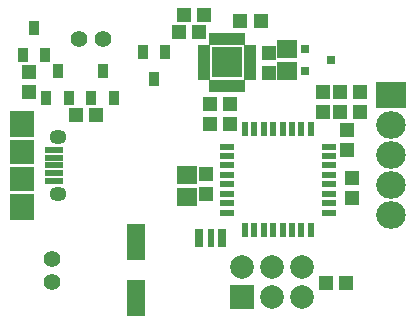
<source format=gbr>
G04 DipTrace 2.4.0.2*
%INTopMask.gbr*%
%MOIN*%
%ADD30C,0.056*%
%ADD32R,0.05X0.022*%
%ADD33R,0.022X0.05*%
%ADD60R,0.063X0.1201*%
%ADD62R,0.0236X0.0591*%
%ADD64R,0.0315X0.0591*%
%ADD66R,0.0315X0.0276*%
%ADD68R,0.0827X0.0787*%
%ADD70R,0.061X0.0236*%
%ADD72R,0.0827X0.0866*%
%ADD74O,0.0571X0.0492*%
%ADD76O,0.0984X0.0906*%
%ADD78R,0.0984X0.0906*%
%ADD80R,0.0335X0.0492*%
%ADD82R,0.1043X0.1043*%
%ADD84R,0.0197X0.0413*%
%ADD86R,0.0413X0.0197*%
%ADD94C,0.0787*%
%ADD96R,0.0787X0.0787*%
%ADD98R,0.0512X0.0472*%
%ADD100R,0.0669X0.0591*%
%ADD102R,0.0472X0.0512*%
%FSLAX44Y44*%
G04*
G70*
G90*
G75*
G01*
%LNTopMask*%
%LPD*%
D102*
X560Y7735D3*
Y8405D3*
X6430Y4335D3*
Y5005D3*
X11310Y4215D3*
Y4885D3*
D100*
X5810Y4236D3*
Y4984D3*
D102*
X6580Y6675D3*
Y7345D3*
X7250Y6675D3*
Y7345D3*
X8540Y8395D3*
Y9065D3*
D98*
X7595Y10100D3*
X8265D3*
D96*
X7630Y920D3*
D94*
X8630D3*
X9630D3*
Y1920D3*
X8630D3*
X7630D3*
D30*
X1328Y2194D3*
Y1406D3*
X3014Y9522D3*
X2226D3*
D32*
X7150Y5932D3*
Y5617D3*
Y5302D3*
Y4987D3*
Y4673D3*
Y4358D3*
Y4043D3*
Y3728D3*
D33*
X7738Y3140D3*
X8053D3*
X8368D3*
X8683D3*
X8997D3*
X9312D3*
X9627D3*
X9942D3*
D32*
X10530Y3728D3*
Y4043D3*
Y4358D3*
Y4673D3*
Y4987D3*
Y5302D3*
Y5617D3*
Y5932D3*
D33*
X9942Y6520D3*
X9627D3*
X9312D3*
X8997D3*
X8683D3*
X8368D3*
X8053D3*
X7738D3*
D86*
X6365Y9232D3*
X6364Y9035D3*
Y8838D3*
Y8642D3*
Y8445D3*
Y8248D3*
D84*
X6648Y7964D3*
X6845D3*
X7042D3*
X7238D3*
X7435D3*
X7632D3*
D86*
X7916Y8248D3*
Y8445D3*
Y8642D3*
Y8838D3*
Y9035D3*
Y9232D3*
D84*
X7632Y9516D3*
X7435D3*
X7238D3*
X7042D3*
X6845D3*
X6648D3*
D82*
X7140Y8740D3*
D80*
X1126Y7537D3*
X1874D3*
X1500Y8443D3*
D98*
X5535Y9740D3*
X6205D3*
X5715Y10320D3*
X6385D3*
D78*
X12610Y7640D3*
D76*
Y6640D3*
Y5640D3*
Y4640D3*
Y3640D3*
D74*
X1504Y6265D3*
X1505Y4355D3*
D72*
X323Y6698D3*
Y3922D3*
D70*
X1379Y5822D3*
Y5566D3*
Y5310D3*
Y5054D3*
Y4798D3*
D68*
X325Y5764D3*
Y4858D3*
D66*
X9737Y9184D3*
Y8436D3*
X10603Y8809D3*
D64*
X6226Y2890D3*
D62*
X6600D3*
D64*
X6974D3*
D80*
X336Y8977D3*
X1084D3*
X710Y9883D3*
X2626Y7537D3*
X3374D3*
X3000Y8443D3*
X5094Y9093D3*
X4346D3*
X4720Y8187D3*
D98*
X2105Y6990D3*
X2775D3*
D60*
X4100Y2766D3*
Y874D3*
D102*
X11130Y6495D3*
Y5825D3*
X10350Y7755D3*
Y7085D3*
D98*
X11585Y7090D3*
X10915D3*
X11585Y7760D3*
X10915D3*
X11105Y1390D3*
X10435D3*
D100*
X9160Y9194D3*
Y8446D3*
M02*

</source>
